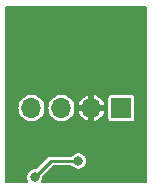
<source format=gbr>
%TF.GenerationSoftware,KiCad,Pcbnew,7.0.1*%
%TF.CreationDate,2024-10-11T19:22:07-04:00*%
%TF.ProjectId,TrackRing,54726163-6b52-4696-9e67-2e6b69636164,rev?*%
%TF.SameCoordinates,Original*%
%TF.FileFunction,Copper,L2,Bot*%
%TF.FilePolarity,Positive*%
%FSLAX46Y46*%
G04 Gerber Fmt 4.6, Leading zero omitted, Abs format (unit mm)*
G04 Created by KiCad (PCBNEW 7.0.1) date 2024-10-11 19:22:07*
%MOMM*%
%LPD*%
G01*
G04 APERTURE LIST*
%TA.AperFunction,ComponentPad*%
%ADD10R,1.700000X1.700000*%
%TD*%
%TA.AperFunction,ComponentPad*%
%ADD11O,1.700000X1.700000*%
%TD*%
%TA.AperFunction,ViaPad*%
%ADD12C,0.800000*%
%TD*%
%TA.AperFunction,Conductor*%
%ADD13C,0.250000*%
%TD*%
G04 APERTURE END LIST*
D10*
%TO.P,J1,1,Pin_1*%
%TO.N,/VCC*%
X29850000Y-28650000D03*
D11*
%TO.P,J1,2,Pin_2*%
%TO.N,GND*%
X27310000Y-28650000D03*
%TO.P,J1,3,Pin_3*%
%TO.N,/SDA*%
X24770000Y-28650000D03*
%TO.P,J1,4,Pin_4*%
%TO.N,/SCL*%
X22230000Y-28650000D03*
%TD*%
D12*
%TO.N,/VCC*%
X22500000Y-34500000D03*
X26210500Y-33134098D03*
%TO.N,GND*%
X25977701Y-34272299D03*
X28445644Y-33288848D03*
X31500000Y-31000000D03*
X25987182Y-32076780D03*
X30750000Y-34175000D03*
%TD*%
D13*
%TO.N,/VCC*%
X23865902Y-33134098D02*
X22500000Y-34500000D01*
X26210500Y-33134098D02*
X23865902Y-33134098D01*
%TD*%
%TA.AperFunction,Conductor*%
%TO.N,GND*%
G36*
X31937500Y-20017113D02*
G01*
X31982887Y-20062500D01*
X31999500Y-20124500D01*
X31999500Y-34875500D01*
X31982887Y-34937500D01*
X31937500Y-34982887D01*
X31875500Y-34999500D01*
X23181899Y-34999500D01*
X23117748Y-34981617D01*
X23072102Y-34933124D01*
X23058125Y-34868011D01*
X23075142Y-34818700D01*
X23074881Y-34818601D01*
X23078171Y-34809925D01*
X23079851Y-34805058D01*
X23079932Y-34804940D01*
X23080220Y-34804523D01*
X23136237Y-34656818D01*
X23155278Y-34500000D01*
X23149102Y-34449143D01*
X23154980Y-34393751D01*
X23184515Y-34346520D01*
X23985119Y-33545917D01*
X24025348Y-33519037D01*
X24072801Y-33509598D01*
X25614192Y-33509598D01*
X25671819Y-33523802D01*
X25716243Y-33563160D01*
X25720015Y-33568626D01*
X25720016Y-33568627D01*
X25720017Y-33568628D01*
X25838260Y-33673381D01*
X25978135Y-33746794D01*
X26131515Y-33784598D01*
X26289485Y-33784598D01*
X26442865Y-33746794D01*
X26582740Y-33673381D01*
X26700983Y-33568628D01*
X26790720Y-33438621D01*
X26846737Y-33290916D01*
X26865778Y-33134098D01*
X26846737Y-32977280D01*
X26790720Y-32829575D01*
X26731924Y-32744394D01*
X26700984Y-32699569D01*
X26700983Y-32699568D01*
X26582740Y-32594815D01*
X26569494Y-32587862D01*
X26442864Y-32521401D01*
X26289485Y-32483598D01*
X26131515Y-32483598D01*
X25978135Y-32521401D01*
X25838261Y-32594814D01*
X25720015Y-32699569D01*
X25716243Y-32705036D01*
X25671819Y-32744394D01*
X25614192Y-32758598D01*
X23917707Y-32758598D01*
X23892261Y-32755959D01*
X23881635Y-32753731D01*
X23881634Y-32753731D01*
X23863760Y-32755959D01*
X23850225Y-32757646D01*
X23834888Y-32758598D01*
X23834786Y-32758598D01*
X23814301Y-32762016D01*
X23809234Y-32762755D01*
X23749469Y-32770205D01*
X23749214Y-32770287D01*
X23696272Y-32798936D01*
X23691722Y-32801278D01*
X23637617Y-32827730D01*
X23637407Y-32827886D01*
X23596621Y-32872191D01*
X23593074Y-32875887D01*
X22655780Y-33813181D01*
X22615552Y-33840061D01*
X22568099Y-33849500D01*
X22421015Y-33849500D01*
X22267635Y-33887303D01*
X22127761Y-33960716D01*
X22009515Y-34065471D01*
X21919780Y-34195476D01*
X21863763Y-34343181D01*
X21844721Y-34500000D01*
X21863763Y-34656818D01*
X21919780Y-34804523D01*
X21920149Y-34805058D01*
X21921828Y-34809925D01*
X21925119Y-34818601D01*
X21924857Y-34818700D01*
X21941875Y-34868011D01*
X21927898Y-34933124D01*
X21882252Y-34981617D01*
X21818101Y-34999500D01*
X20124500Y-34999500D01*
X20062500Y-34982887D01*
X20017113Y-34937500D01*
X20000500Y-34875500D01*
X20000500Y-28650000D01*
X21124785Y-28650000D01*
X21143602Y-28853083D01*
X21199418Y-29049251D01*
X21290324Y-29231818D01*
X21413236Y-29394580D01*
X21563958Y-29531981D01*
X21737361Y-29639347D01*
X21737363Y-29639348D01*
X21927544Y-29713024D01*
X22128024Y-29750500D01*
X22331974Y-29750500D01*
X22331976Y-29750500D01*
X22532456Y-29713024D01*
X22722637Y-29639348D01*
X22896041Y-29531981D01*
X23046764Y-29394579D01*
X23169673Y-29231821D01*
X23169673Y-29231819D01*
X23169675Y-29231818D01*
X23215313Y-29140161D01*
X23260582Y-29049250D01*
X23316397Y-28853083D01*
X23335215Y-28650000D01*
X23664785Y-28650000D01*
X23683602Y-28853083D01*
X23739418Y-29049251D01*
X23830324Y-29231818D01*
X23953236Y-29394580D01*
X24103958Y-29531981D01*
X24277361Y-29639347D01*
X24277363Y-29639348D01*
X24467544Y-29713024D01*
X24668024Y-29750500D01*
X24871974Y-29750500D01*
X24871976Y-29750500D01*
X25072456Y-29713024D01*
X25262637Y-29639348D01*
X25436041Y-29531981D01*
X25586764Y-29394579D01*
X25709673Y-29231821D01*
X25709673Y-29231819D01*
X25709675Y-29231818D01*
X25755313Y-29140161D01*
X25800582Y-29049250D01*
X25843048Y-28900000D01*
X26237472Y-28900000D01*
X26279886Y-29049069D01*
X26370751Y-29231553D01*
X26493607Y-29394241D01*
X26644259Y-29531578D01*
X26817588Y-29638899D01*
X27007679Y-29712539D01*
X27060000Y-29722320D01*
X27060000Y-28900000D01*
X27560000Y-28900000D01*
X27560000Y-29722320D01*
X27612320Y-29712539D01*
X27802411Y-29638899D01*
X27975740Y-29531578D01*
X27983312Y-29524675D01*
X28749500Y-29524675D01*
X28764033Y-29597738D01*
X28764033Y-29597739D01*
X28764034Y-29597740D01*
X28819399Y-29680601D01*
X28902260Y-29735966D01*
X28938793Y-29743233D01*
X28975325Y-29750500D01*
X28975326Y-29750500D01*
X30724674Y-29750500D01*
X30724675Y-29750500D01*
X30749029Y-29745655D01*
X30797740Y-29735966D01*
X30880601Y-29680601D01*
X30935966Y-29597740D01*
X30950500Y-29524674D01*
X30950500Y-27775326D01*
X30949126Y-27768421D01*
X30935966Y-27702261D01*
X30935966Y-27702260D01*
X30880601Y-27619399D01*
X30797740Y-27564034D01*
X30797739Y-27564033D01*
X30797738Y-27564033D01*
X30724675Y-27549500D01*
X30724674Y-27549500D01*
X28975326Y-27549500D01*
X28975325Y-27549500D01*
X28902261Y-27564033D01*
X28819399Y-27619399D01*
X28764033Y-27702261D01*
X28749500Y-27775325D01*
X28749500Y-29524675D01*
X27983312Y-29524675D01*
X28126392Y-29394241D01*
X28249248Y-29231553D01*
X28340113Y-29049069D01*
X28382528Y-28900000D01*
X27560000Y-28900000D01*
X27060000Y-28900000D01*
X26237472Y-28900000D01*
X25843048Y-28900000D01*
X25856397Y-28853083D01*
X25875215Y-28650000D01*
X25856397Y-28446917D01*
X25843048Y-28399999D01*
X26237471Y-28399999D01*
X26237472Y-28400000D01*
X27060000Y-28400000D01*
X27060000Y-27577680D01*
X27560000Y-27577680D01*
X27560000Y-28400000D01*
X28382528Y-28400000D01*
X28382528Y-28399999D01*
X28340113Y-28250930D01*
X28249248Y-28068446D01*
X28126392Y-27905758D01*
X27975740Y-27768421D01*
X27802411Y-27661100D01*
X27612320Y-27587460D01*
X27560000Y-27577680D01*
X27060000Y-27577680D01*
X27007679Y-27587460D01*
X26817588Y-27661100D01*
X26644259Y-27768421D01*
X26493607Y-27905758D01*
X26370751Y-28068446D01*
X26279886Y-28250930D01*
X26237471Y-28399999D01*
X25843048Y-28399999D01*
X25800582Y-28250750D01*
X25800209Y-28250001D01*
X25709675Y-28068181D01*
X25586763Y-27905419D01*
X25436041Y-27768018D01*
X25262638Y-27660652D01*
X25072457Y-27586976D01*
X24949726Y-27564034D01*
X24871976Y-27549500D01*
X24668024Y-27549500D01*
X24590279Y-27564033D01*
X24467542Y-27586976D01*
X24277361Y-27660652D01*
X24103958Y-27768018D01*
X23953236Y-27905419D01*
X23830324Y-28068181D01*
X23739418Y-28250748D01*
X23683602Y-28446916D01*
X23664785Y-28650000D01*
X23335215Y-28650000D01*
X23316397Y-28446917D01*
X23260582Y-28250750D01*
X23260209Y-28250001D01*
X23169675Y-28068181D01*
X23046763Y-27905419D01*
X22896041Y-27768018D01*
X22722638Y-27660652D01*
X22532457Y-27586976D01*
X22409726Y-27564034D01*
X22331976Y-27549500D01*
X22128024Y-27549500D01*
X22050279Y-27564033D01*
X21927542Y-27586976D01*
X21737361Y-27660652D01*
X21563958Y-27768018D01*
X21413236Y-27905419D01*
X21290324Y-28068181D01*
X21199418Y-28250748D01*
X21143602Y-28446916D01*
X21124785Y-28650000D01*
X20000500Y-28650000D01*
X20000500Y-20124500D01*
X20017113Y-20062500D01*
X20062500Y-20017113D01*
X20124500Y-20000500D01*
X31875500Y-20000500D01*
X31937500Y-20017113D01*
G37*
%TD.AperFunction*%
%TD*%
M02*

</source>
